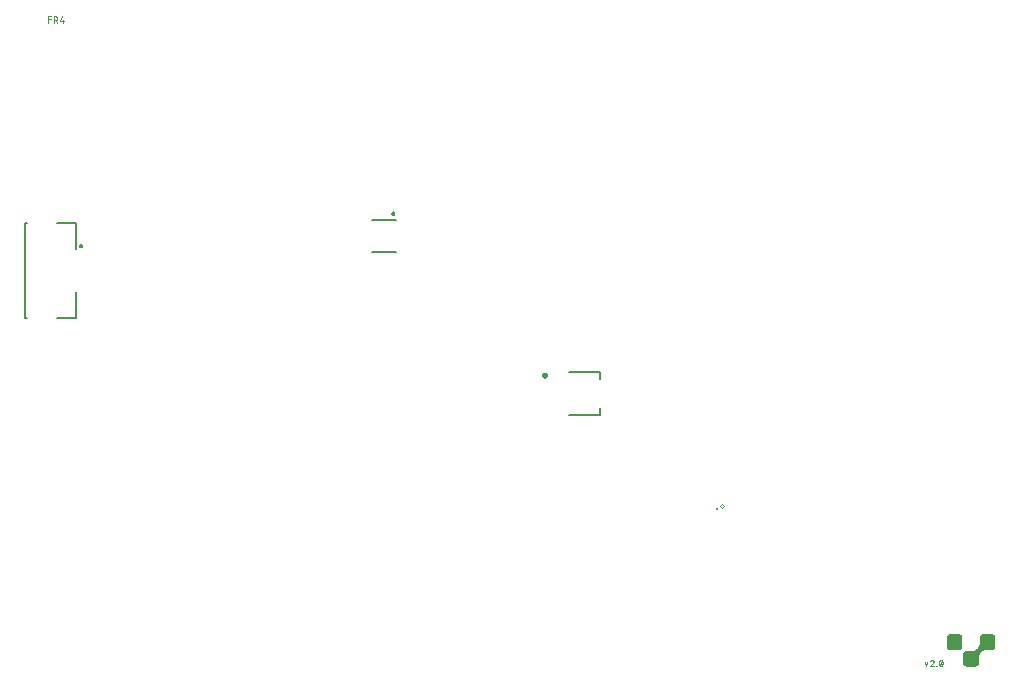
<source format=gto>
G04 EAGLE Gerber RS-274X export*
G75*
%MOMM*%
%FSLAX34Y34*%
%LPD*%
%INSilkscreen Top*%
%IPPOS*%
%AMOC8*
5,1,8,0,0,1.08239X$1,22.5*%
G01*
%ADD10C,0.076200*%
%ADD11C,0.200000*%
%ADD12C,0.127000*%
%ADD13C,0.240000*%
%ADD14C,0.063400*%
%ADD15C,0.250000*%

G36*
X900761Y-402615D02*
X900761Y-402615D01*
X900790Y-402617D01*
X901447Y-402530D01*
X901483Y-402517D01*
X901543Y-402505D01*
X902156Y-402251D01*
X902186Y-402229D01*
X902241Y-402201D01*
X902768Y-401798D01*
X902792Y-401768D01*
X902838Y-401728D01*
X903241Y-401201D01*
X903257Y-401167D01*
X903291Y-401116D01*
X903545Y-400503D01*
X903551Y-400466D01*
X903569Y-400412D01*
X903569Y-400411D01*
X903570Y-400407D01*
X903657Y-399750D01*
X903655Y-399728D01*
X903660Y-399700D01*
X903660Y-394639D01*
X903777Y-393456D01*
X904116Y-392336D01*
X904668Y-391304D01*
X905410Y-390400D01*
X906314Y-389658D01*
X907346Y-389106D01*
X908466Y-388767D01*
X909649Y-388650D01*
X914710Y-388650D01*
X914731Y-388645D01*
X914760Y-388647D01*
X915417Y-388560D01*
X915453Y-388547D01*
X915513Y-388535D01*
X916126Y-388281D01*
X916156Y-388259D01*
X916211Y-388231D01*
X916738Y-387828D01*
X916762Y-387798D01*
X916808Y-387758D01*
X917211Y-387231D01*
X917227Y-387197D01*
X917261Y-387146D01*
X917515Y-386533D01*
X917521Y-386496D01*
X917540Y-386437D01*
X917627Y-385780D01*
X917625Y-385758D01*
X917630Y-385730D01*
X917630Y-378110D01*
X917625Y-378089D01*
X917627Y-378060D01*
X917540Y-377403D01*
X917527Y-377367D01*
X917515Y-377307D01*
X917261Y-376695D01*
X917239Y-376664D01*
X917211Y-376609D01*
X916808Y-376082D01*
X916778Y-376058D01*
X916738Y-376012D01*
X916211Y-375609D01*
X916177Y-375593D01*
X916126Y-375559D01*
X915513Y-375305D01*
X915476Y-375299D01*
X915417Y-375280D01*
X914760Y-375193D01*
X914738Y-375195D01*
X914710Y-375190D01*
X907090Y-375190D01*
X907069Y-375195D01*
X907040Y-375193D01*
X906383Y-375280D01*
X906347Y-375293D01*
X906287Y-375305D01*
X905675Y-375559D01*
X905644Y-375581D01*
X905589Y-375609D01*
X905062Y-376012D01*
X905038Y-376042D01*
X904992Y-376082D01*
X904589Y-376609D01*
X904573Y-376643D01*
X904539Y-376695D01*
X904285Y-377307D01*
X904279Y-377345D01*
X904260Y-377403D01*
X904173Y-378060D01*
X904175Y-378082D01*
X904170Y-378110D01*
X904170Y-383171D01*
X904053Y-384354D01*
X903714Y-385474D01*
X903162Y-386506D01*
X902420Y-387410D01*
X901516Y-388152D01*
X900484Y-388704D01*
X899364Y-389043D01*
X898181Y-389160D01*
X893120Y-389160D01*
X893099Y-389165D01*
X893070Y-389163D01*
X892413Y-389250D01*
X892377Y-389263D01*
X892317Y-389275D01*
X891705Y-389529D01*
X891674Y-389551D01*
X891619Y-389579D01*
X891092Y-389982D01*
X891068Y-390012D01*
X891022Y-390052D01*
X890619Y-390579D01*
X890603Y-390613D01*
X890569Y-390665D01*
X890315Y-391277D01*
X890309Y-391315D01*
X890290Y-391373D01*
X890203Y-392030D01*
X890205Y-392052D01*
X890200Y-392080D01*
X890200Y-399700D01*
X890205Y-399721D01*
X890203Y-399750D01*
X890290Y-400407D01*
X890297Y-400427D01*
X890297Y-400439D01*
X890305Y-400454D01*
X890315Y-400503D01*
X890569Y-401116D01*
X890591Y-401146D01*
X890619Y-401201D01*
X891022Y-401728D01*
X891027Y-401731D01*
X891027Y-401732D01*
X891034Y-401737D01*
X891052Y-401752D01*
X891092Y-401798D01*
X891619Y-402201D01*
X891653Y-402217D01*
X891705Y-402251D01*
X892317Y-402505D01*
X892355Y-402511D01*
X892413Y-402530D01*
X893070Y-402617D01*
X893092Y-402615D01*
X893120Y-402620D01*
X900740Y-402620D01*
X900761Y-402615D01*
G37*
G36*
X886791Y-388645D02*
X886791Y-388645D01*
X886820Y-388647D01*
X887477Y-388560D01*
X887513Y-388547D01*
X887573Y-388535D01*
X888186Y-388281D01*
X888216Y-388259D01*
X888271Y-388231D01*
X888798Y-387828D01*
X888822Y-387798D01*
X888868Y-387758D01*
X889271Y-387231D01*
X889287Y-387197D01*
X889321Y-387146D01*
X889575Y-386533D01*
X889581Y-386496D01*
X889599Y-386443D01*
X889599Y-386441D01*
X889600Y-386437D01*
X889687Y-385780D01*
X889685Y-385758D01*
X889690Y-385730D01*
X889690Y-378110D01*
X889685Y-378089D01*
X889687Y-378060D01*
X889600Y-377403D01*
X889587Y-377367D01*
X889575Y-377307D01*
X889321Y-376695D01*
X889299Y-376664D01*
X889271Y-376609D01*
X888868Y-376082D01*
X888838Y-376058D01*
X888798Y-376012D01*
X888271Y-375609D01*
X888237Y-375593D01*
X888186Y-375559D01*
X887573Y-375305D01*
X887536Y-375299D01*
X887477Y-375280D01*
X886820Y-375193D01*
X886798Y-375195D01*
X886770Y-375190D01*
X879150Y-375190D01*
X879129Y-375195D01*
X879100Y-375193D01*
X878443Y-375280D01*
X878407Y-375293D01*
X878347Y-375305D01*
X877735Y-375559D01*
X877704Y-375581D01*
X877649Y-375609D01*
X877122Y-376012D01*
X877098Y-376042D01*
X877052Y-376082D01*
X876649Y-376609D01*
X876633Y-376643D01*
X876599Y-376695D01*
X876345Y-377307D01*
X876339Y-377345D01*
X876320Y-377403D01*
X876233Y-378060D01*
X876235Y-378082D01*
X876230Y-378110D01*
X876230Y-385730D01*
X876235Y-385751D01*
X876233Y-385780D01*
X876320Y-386437D01*
X876327Y-386457D01*
X876327Y-386469D01*
X876335Y-386484D01*
X876345Y-386533D01*
X876599Y-387146D01*
X876621Y-387176D01*
X876649Y-387231D01*
X877052Y-387758D01*
X877057Y-387761D01*
X877057Y-387762D01*
X877064Y-387767D01*
X877082Y-387782D01*
X877122Y-387828D01*
X877649Y-388231D01*
X877683Y-388247D01*
X877735Y-388281D01*
X878347Y-388535D01*
X878385Y-388541D01*
X878443Y-388560D01*
X879100Y-388647D01*
X879122Y-388645D01*
X879150Y-388650D01*
X886770Y-388650D01*
X886791Y-388645D01*
G37*
D10*
X857631Y-398813D02*
X858816Y-402369D01*
X860002Y-398813D01*
X863902Y-397035D02*
X863974Y-397037D01*
X864046Y-397043D01*
X864118Y-397053D01*
X864189Y-397066D01*
X864259Y-397084D01*
X864328Y-397105D01*
X864396Y-397130D01*
X864462Y-397158D01*
X864527Y-397190D01*
X864590Y-397226D01*
X864651Y-397265D01*
X864709Y-397307D01*
X864766Y-397352D01*
X864819Y-397401D01*
X864870Y-397452D01*
X864919Y-397505D01*
X864964Y-397562D01*
X865006Y-397620D01*
X865045Y-397681D01*
X865081Y-397744D01*
X865113Y-397809D01*
X865141Y-397875D01*
X865166Y-397943D01*
X865187Y-398012D01*
X865205Y-398082D01*
X865218Y-398153D01*
X865228Y-398225D01*
X865234Y-398297D01*
X865236Y-398369D01*
X863902Y-397035D02*
X863822Y-397037D01*
X863743Y-397042D01*
X863663Y-397052D01*
X863585Y-397065D01*
X863507Y-397081D01*
X863430Y-397101D01*
X863353Y-397125D01*
X863278Y-397153D01*
X863205Y-397183D01*
X863133Y-397217D01*
X863062Y-397255D01*
X862994Y-397296D01*
X862927Y-397340D01*
X862862Y-397386D01*
X862800Y-397436D01*
X862740Y-397489D01*
X862683Y-397545D01*
X862628Y-397603D01*
X862576Y-397663D01*
X862527Y-397726D01*
X862481Y-397791D01*
X862438Y-397858D01*
X862398Y-397928D01*
X862362Y-397998D01*
X862328Y-398071D01*
X862299Y-398145D01*
X862272Y-398220D01*
X864792Y-399406D02*
X864843Y-399355D01*
X864891Y-399301D01*
X864937Y-399245D01*
X864980Y-399186D01*
X865020Y-399126D01*
X865056Y-399063D01*
X865090Y-398999D01*
X865120Y-398933D01*
X865147Y-398866D01*
X865170Y-398797D01*
X865190Y-398728D01*
X865207Y-398657D01*
X865220Y-398586D01*
X865229Y-398514D01*
X865234Y-398441D01*
X865236Y-398369D01*
X864791Y-399406D02*
X862272Y-402369D01*
X865236Y-402369D01*
X867446Y-402369D02*
X867446Y-402073D01*
X867743Y-402073D01*
X867743Y-402369D01*
X867446Y-402369D01*
X869953Y-399702D02*
X869955Y-399577D01*
X869960Y-399453D01*
X869969Y-399329D01*
X869981Y-399205D01*
X869997Y-399081D01*
X870016Y-398958D01*
X870039Y-398835D01*
X870066Y-398714D01*
X870095Y-398593D01*
X870128Y-398472D01*
X870165Y-398353D01*
X870205Y-398235D01*
X870248Y-398118D01*
X870295Y-398003D01*
X870345Y-397888D01*
X870398Y-397776D01*
X870421Y-397715D01*
X870447Y-397656D01*
X870477Y-397598D01*
X870510Y-397543D01*
X870547Y-397489D01*
X870586Y-397438D01*
X870628Y-397389D01*
X870674Y-397343D01*
X870722Y-397299D01*
X870772Y-397258D01*
X870825Y-397221D01*
X870879Y-397186D01*
X870936Y-397155D01*
X870995Y-397127D01*
X871055Y-397103D01*
X871116Y-397082D01*
X871178Y-397065D01*
X871242Y-397052D01*
X871306Y-397043D01*
X871370Y-397037D01*
X871435Y-397035D01*
X871500Y-397037D01*
X871564Y-397043D01*
X871628Y-397052D01*
X871692Y-397065D01*
X871754Y-397082D01*
X871815Y-397103D01*
X871875Y-397127D01*
X871934Y-397155D01*
X871991Y-397186D01*
X872045Y-397221D01*
X872098Y-397258D01*
X872148Y-397299D01*
X872196Y-397343D01*
X872242Y-397389D01*
X872284Y-397438D01*
X872323Y-397489D01*
X872360Y-397543D01*
X872393Y-397598D01*
X872423Y-397656D01*
X872449Y-397715D01*
X872472Y-397776D01*
X872525Y-397888D01*
X872575Y-398003D01*
X872622Y-398118D01*
X872665Y-398235D01*
X872705Y-398353D01*
X872742Y-398472D01*
X872775Y-398593D01*
X872804Y-398714D01*
X872831Y-398835D01*
X872854Y-398958D01*
X872873Y-399081D01*
X872889Y-399205D01*
X872901Y-399329D01*
X872910Y-399453D01*
X872915Y-399577D01*
X872917Y-399702D01*
X869953Y-399702D02*
X869955Y-399827D01*
X869960Y-399951D01*
X869969Y-400075D01*
X869981Y-400199D01*
X869997Y-400323D01*
X870016Y-400446D01*
X870039Y-400569D01*
X870066Y-400690D01*
X870095Y-400811D01*
X870128Y-400932D01*
X870165Y-401051D01*
X870205Y-401169D01*
X870248Y-401286D01*
X870295Y-401401D01*
X870345Y-401516D01*
X870398Y-401628D01*
X870421Y-401689D01*
X870447Y-401748D01*
X870477Y-401806D01*
X870510Y-401861D01*
X870547Y-401915D01*
X870586Y-401966D01*
X870628Y-402015D01*
X870674Y-402061D01*
X870722Y-402105D01*
X870772Y-402146D01*
X870825Y-402183D01*
X870879Y-402218D01*
X870936Y-402249D01*
X870995Y-402277D01*
X871055Y-402301D01*
X871116Y-402322D01*
X871178Y-402339D01*
X871242Y-402352D01*
X871306Y-402361D01*
X871370Y-402367D01*
X871435Y-402369D01*
X872472Y-401628D02*
X872525Y-401516D01*
X872575Y-401401D01*
X872622Y-401286D01*
X872665Y-401169D01*
X872705Y-401051D01*
X872742Y-400932D01*
X872775Y-400811D01*
X872804Y-400690D01*
X872831Y-400569D01*
X872854Y-400446D01*
X872873Y-400323D01*
X872889Y-400199D01*
X872901Y-400075D01*
X872910Y-399951D01*
X872915Y-399827D01*
X872917Y-399702D01*
X872472Y-401628D02*
X872449Y-401689D01*
X872423Y-401748D01*
X872393Y-401806D01*
X872360Y-401861D01*
X872323Y-401915D01*
X872284Y-401966D01*
X872242Y-402015D01*
X872196Y-402061D01*
X872148Y-402105D01*
X872098Y-402146D01*
X872045Y-402183D01*
X871991Y-402218D01*
X871934Y-402249D01*
X871875Y-402277D01*
X871815Y-402301D01*
X871754Y-402322D01*
X871692Y-402339D01*
X871628Y-402352D01*
X871564Y-402361D01*
X871500Y-402367D01*
X871435Y-402369D01*
X870250Y-401184D02*
X872620Y-398220D01*
X115631Y142583D02*
X115631Y147917D01*
X118002Y147917D01*
X118002Y145546D02*
X115631Y145546D01*
X120417Y147917D02*
X120417Y142583D01*
X120417Y147917D02*
X121899Y147917D01*
X121975Y147915D01*
X122051Y147909D01*
X122127Y147899D01*
X122202Y147886D01*
X122276Y147868D01*
X122350Y147847D01*
X122422Y147822D01*
X122492Y147793D01*
X122562Y147761D01*
X122629Y147725D01*
X122694Y147685D01*
X122758Y147643D01*
X122819Y147597D01*
X122877Y147548D01*
X122933Y147496D01*
X122987Y147442D01*
X123037Y147384D01*
X123084Y147325D01*
X123129Y147262D01*
X123170Y147198D01*
X123207Y147132D01*
X123241Y147063D01*
X123272Y146993D01*
X123299Y146922D01*
X123322Y146849D01*
X123341Y146775D01*
X123357Y146701D01*
X123369Y146625D01*
X123377Y146549D01*
X123381Y146473D01*
X123381Y146397D01*
X123377Y146321D01*
X123369Y146245D01*
X123357Y146169D01*
X123341Y146095D01*
X123322Y146021D01*
X123299Y145948D01*
X123272Y145877D01*
X123241Y145807D01*
X123207Y145738D01*
X123170Y145672D01*
X123129Y145608D01*
X123084Y145545D01*
X123037Y145486D01*
X122987Y145428D01*
X122933Y145374D01*
X122877Y145322D01*
X122819Y145273D01*
X122758Y145227D01*
X122694Y145185D01*
X122629Y145145D01*
X122562Y145109D01*
X122492Y145077D01*
X122422Y145048D01*
X122350Y145023D01*
X122276Y145002D01*
X122202Y144984D01*
X122127Y144971D01*
X122051Y144961D01*
X121975Y144955D01*
X121899Y144953D01*
X121899Y144954D02*
X120417Y144954D01*
X122195Y144954D02*
X123381Y142583D01*
X125858Y143768D02*
X127044Y147917D01*
X125858Y143768D02*
X128822Y143768D01*
X127933Y142583D02*
X127933Y144954D01*
D11*
X406748Y-18965D02*
X406750Y-18902D01*
X406756Y-18840D01*
X406766Y-18778D01*
X406779Y-18716D01*
X406797Y-18656D01*
X406818Y-18597D01*
X406843Y-18539D01*
X406872Y-18483D01*
X406904Y-18429D01*
X406939Y-18377D01*
X406977Y-18328D01*
X407019Y-18280D01*
X407063Y-18236D01*
X407111Y-18194D01*
X407160Y-18156D01*
X407212Y-18121D01*
X407266Y-18089D01*
X407322Y-18060D01*
X407380Y-18035D01*
X407439Y-18014D01*
X407499Y-17996D01*
X407561Y-17983D01*
X407623Y-17973D01*
X407685Y-17967D01*
X407748Y-17965D01*
X407811Y-17967D01*
X407873Y-17973D01*
X407935Y-17983D01*
X407997Y-17996D01*
X408057Y-18014D01*
X408116Y-18035D01*
X408174Y-18060D01*
X408230Y-18089D01*
X408284Y-18121D01*
X408336Y-18156D01*
X408385Y-18194D01*
X408433Y-18236D01*
X408477Y-18280D01*
X408519Y-18328D01*
X408557Y-18377D01*
X408592Y-18429D01*
X408624Y-18483D01*
X408653Y-18539D01*
X408678Y-18597D01*
X408699Y-18656D01*
X408717Y-18716D01*
X408730Y-18778D01*
X408740Y-18840D01*
X408746Y-18902D01*
X408748Y-18965D01*
X408746Y-19028D01*
X408740Y-19090D01*
X408730Y-19152D01*
X408717Y-19214D01*
X408699Y-19274D01*
X408678Y-19333D01*
X408653Y-19391D01*
X408624Y-19447D01*
X408592Y-19501D01*
X408557Y-19553D01*
X408519Y-19602D01*
X408477Y-19650D01*
X408433Y-19694D01*
X408385Y-19736D01*
X408336Y-19774D01*
X408284Y-19809D01*
X408230Y-19841D01*
X408174Y-19870D01*
X408116Y-19895D01*
X408057Y-19916D01*
X407997Y-19934D01*
X407935Y-19947D01*
X407873Y-19957D01*
X407811Y-19963D01*
X407748Y-19965D01*
X407685Y-19963D01*
X407623Y-19957D01*
X407561Y-19947D01*
X407499Y-19934D01*
X407439Y-19916D01*
X407380Y-19895D01*
X407322Y-19870D01*
X407266Y-19841D01*
X407212Y-19809D01*
X407160Y-19774D01*
X407111Y-19736D01*
X407063Y-19694D01*
X407019Y-19650D01*
X406977Y-19602D01*
X406939Y-19553D01*
X406904Y-19501D01*
X406872Y-19447D01*
X406843Y-19391D01*
X406818Y-19333D01*
X406797Y-19274D01*
X406779Y-19214D01*
X406766Y-19152D01*
X406756Y-19090D01*
X406750Y-19028D01*
X406748Y-18965D01*
D12*
X410050Y-24400D02*
X390050Y-24400D01*
X390050Y-51800D02*
X410050Y-51800D01*
X556650Y-153450D02*
X583150Y-153450D01*
X583150Y-159450D01*
X583150Y-189450D02*
X556650Y-189450D01*
X583150Y-189450D02*
X583150Y-183450D01*
D13*
X534493Y-155870D02*
X534495Y-155801D01*
X534501Y-155732D01*
X534511Y-155664D01*
X534525Y-155596D01*
X534542Y-155529D01*
X534564Y-155463D01*
X534589Y-155399D01*
X534618Y-155336D01*
X534651Y-155275D01*
X534687Y-155216D01*
X534726Y-155159D01*
X534769Y-155105D01*
X534814Y-155053D01*
X534863Y-155003D01*
X534914Y-154957D01*
X534968Y-154914D01*
X535025Y-154873D01*
X535083Y-154837D01*
X535144Y-154803D01*
X535206Y-154773D01*
X535270Y-154747D01*
X535335Y-154725D01*
X535402Y-154706D01*
X535470Y-154691D01*
X535538Y-154680D01*
X535607Y-154673D01*
X535676Y-154670D01*
X535745Y-154671D01*
X535814Y-154676D01*
X535882Y-154685D01*
X535950Y-154698D01*
X536017Y-154715D01*
X536084Y-154735D01*
X536148Y-154760D01*
X536211Y-154788D01*
X536273Y-154819D01*
X536332Y-154855D01*
X536390Y-154893D01*
X536445Y-154935D01*
X536498Y-154980D01*
X536548Y-155028D01*
X536595Y-155078D01*
X536639Y-155132D01*
X536680Y-155187D01*
X536718Y-155245D01*
X536752Y-155305D01*
X536783Y-155367D01*
X536810Y-155431D01*
X536833Y-155496D01*
X536853Y-155562D01*
X536869Y-155630D01*
X536881Y-155698D01*
X536889Y-155766D01*
X536893Y-155835D01*
X536893Y-155905D01*
X536889Y-155974D01*
X536881Y-156042D01*
X536869Y-156110D01*
X536853Y-156178D01*
X536833Y-156244D01*
X536810Y-156309D01*
X536783Y-156373D01*
X536752Y-156435D01*
X536718Y-156495D01*
X536680Y-156553D01*
X536639Y-156608D01*
X536595Y-156662D01*
X536548Y-156712D01*
X536498Y-156760D01*
X536445Y-156805D01*
X536390Y-156847D01*
X536332Y-156885D01*
X536273Y-156921D01*
X536211Y-156952D01*
X536148Y-156980D01*
X536084Y-157005D01*
X536017Y-157025D01*
X535950Y-157042D01*
X535882Y-157055D01*
X535814Y-157064D01*
X535745Y-157069D01*
X535676Y-157070D01*
X535607Y-157067D01*
X535538Y-157060D01*
X535470Y-157049D01*
X535402Y-157034D01*
X535335Y-157015D01*
X535270Y-156993D01*
X535206Y-156967D01*
X535144Y-156937D01*
X535083Y-156903D01*
X535025Y-156867D01*
X534968Y-156826D01*
X534914Y-156783D01*
X534863Y-156737D01*
X534814Y-156687D01*
X534769Y-156635D01*
X534726Y-156581D01*
X534687Y-156524D01*
X534651Y-156465D01*
X534618Y-156404D01*
X534589Y-156341D01*
X534564Y-156277D01*
X534542Y-156211D01*
X534525Y-156144D01*
X534511Y-156076D01*
X534501Y-156008D01*
X534495Y-155939D01*
X534493Y-155870D01*
D14*
X684300Y-266700D02*
X686050Y-268450D01*
X684300Y-266700D02*
X685800Y-265200D01*
X687550Y-266950D01*
X686050Y-268450D01*
D15*
X681800Y-269450D03*
D12*
X97790Y-26810D02*
X95990Y-26810D01*
X95990Y-107810D01*
X97790Y-107810D01*
X123190Y-26810D02*
X138990Y-26810D01*
X138990Y-49110D01*
X138990Y-85510D02*
X138990Y-107810D01*
X123190Y-107810D01*
D11*
X142490Y-46310D02*
X142492Y-46247D01*
X142498Y-46185D01*
X142508Y-46123D01*
X142521Y-46061D01*
X142539Y-46001D01*
X142560Y-45942D01*
X142585Y-45884D01*
X142614Y-45828D01*
X142646Y-45774D01*
X142681Y-45722D01*
X142719Y-45673D01*
X142761Y-45625D01*
X142805Y-45581D01*
X142853Y-45539D01*
X142902Y-45501D01*
X142954Y-45466D01*
X143008Y-45434D01*
X143064Y-45405D01*
X143122Y-45380D01*
X143181Y-45359D01*
X143241Y-45341D01*
X143303Y-45328D01*
X143365Y-45318D01*
X143427Y-45312D01*
X143490Y-45310D01*
X143553Y-45312D01*
X143615Y-45318D01*
X143677Y-45328D01*
X143739Y-45341D01*
X143799Y-45359D01*
X143858Y-45380D01*
X143916Y-45405D01*
X143972Y-45434D01*
X144026Y-45466D01*
X144078Y-45501D01*
X144127Y-45539D01*
X144175Y-45581D01*
X144219Y-45625D01*
X144261Y-45673D01*
X144299Y-45722D01*
X144334Y-45774D01*
X144366Y-45828D01*
X144395Y-45884D01*
X144420Y-45942D01*
X144441Y-46001D01*
X144459Y-46061D01*
X144472Y-46123D01*
X144482Y-46185D01*
X144488Y-46247D01*
X144490Y-46310D01*
X144488Y-46373D01*
X144482Y-46435D01*
X144472Y-46497D01*
X144459Y-46559D01*
X144441Y-46619D01*
X144420Y-46678D01*
X144395Y-46736D01*
X144366Y-46792D01*
X144334Y-46846D01*
X144299Y-46898D01*
X144261Y-46947D01*
X144219Y-46995D01*
X144175Y-47039D01*
X144127Y-47081D01*
X144078Y-47119D01*
X144026Y-47154D01*
X143972Y-47186D01*
X143916Y-47215D01*
X143858Y-47240D01*
X143799Y-47261D01*
X143739Y-47279D01*
X143677Y-47292D01*
X143615Y-47302D01*
X143553Y-47308D01*
X143490Y-47310D01*
X143427Y-47308D01*
X143365Y-47302D01*
X143303Y-47292D01*
X143241Y-47279D01*
X143181Y-47261D01*
X143122Y-47240D01*
X143064Y-47215D01*
X143008Y-47186D01*
X142954Y-47154D01*
X142902Y-47119D01*
X142853Y-47081D01*
X142805Y-47039D01*
X142761Y-46995D01*
X142719Y-46947D01*
X142681Y-46898D01*
X142646Y-46846D01*
X142614Y-46792D01*
X142585Y-46736D01*
X142560Y-46678D01*
X142539Y-46619D01*
X142521Y-46559D01*
X142508Y-46497D01*
X142498Y-46435D01*
X142492Y-46373D01*
X142490Y-46310D01*
M02*

</source>
